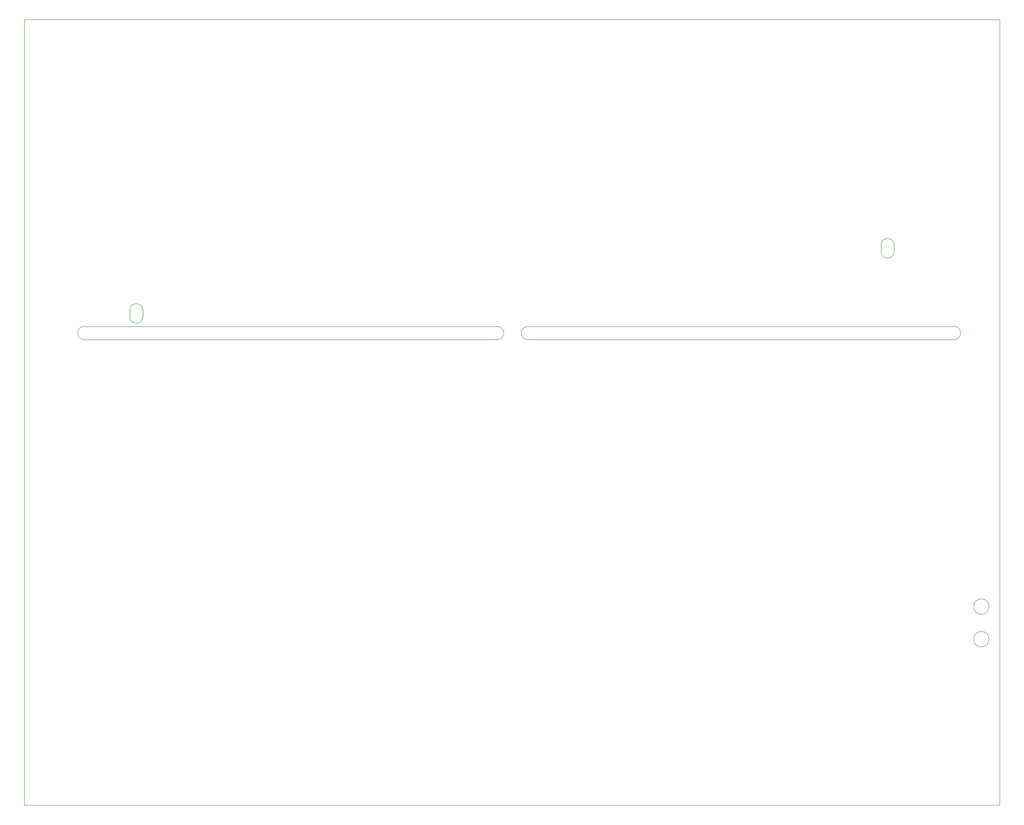
<source format=gm1>
G04 #@! TF.GenerationSoftware,KiCad,Pcbnew,7.0.9*
G04 #@! TF.CreationDate,2023-12-21T14:40:28+01:00*
G04 #@! TF.ProjectId,zone-controller,7a6f6e65-2d63-46f6-9e74-726f6c6c6572,v2.0*
G04 #@! TF.SameCoordinates,Original*
G04 #@! TF.FileFunction,Profile,NP*
%FSLAX46Y46*%
G04 Gerber Fmt 4.6, Leading zero omitted, Abs format (unit mm)*
G04 Created by KiCad (PCBNEW 7.0.9) date 2023-12-21 14:40:28*
%MOMM*%
%LPD*%
G01*
G04 APERTURE LIST*
G04 #@! TA.AperFunction,Profile*
%ADD10C,0.050000*%
G04 #@! TD*
G04 APERTURE END LIST*
D10*
X291846000Y-100457000D02*
X291846000Y-101727000D01*
X223012000Y-116332000D02*
G75*
G03*
X223012000Y-118872000I0J-1270000D01*
G01*
X124915000Y-209677000D02*
X314915000Y-209677000D01*
X124915000Y-56482000D02*
X124915000Y-209677000D01*
X312880000Y-170942000D02*
G75*
G03*
X312880000Y-170942000I-1500000J0D01*
G01*
X291846000Y-101727000D02*
G75*
G03*
X294386000Y-101727000I1270000J0D01*
G01*
X306070000Y-116332000D02*
X223012000Y-116332000D01*
X217043000Y-118872000D02*
G75*
G03*
X217043000Y-116332000I0J1270000D01*
G01*
X147955000Y-114427000D02*
X147955000Y-113157000D01*
X124915000Y-56482000D02*
X314915000Y-56482000D01*
X294386000Y-100457000D02*
X294386000Y-101727000D01*
X217043000Y-118872000D02*
X136525000Y-118872000D01*
X136525000Y-116332000D02*
X217043000Y-116332000D01*
X314915000Y-56482000D02*
X314915000Y-209677000D01*
X294386000Y-100457000D02*
G75*
G03*
X291846000Y-100457000I-1270000J0D01*
G01*
X145415000Y-113157000D02*
X145415000Y-114427000D01*
X145415000Y-114427000D02*
G75*
G03*
X147955000Y-114427000I1270000J0D01*
G01*
X147955000Y-113157000D02*
G75*
G03*
X145415000Y-113157000I-1270000J0D01*
G01*
X306070000Y-118872000D02*
X223012000Y-118872000D01*
X312880000Y-177292000D02*
G75*
G03*
X312880000Y-177292000I-1500000J0D01*
G01*
X136525000Y-116332000D02*
G75*
G03*
X136525000Y-118872000I0J-1270000D01*
G01*
X306070000Y-118872000D02*
G75*
G03*
X306070000Y-116332000I0J1270000D01*
G01*
M02*

</source>
